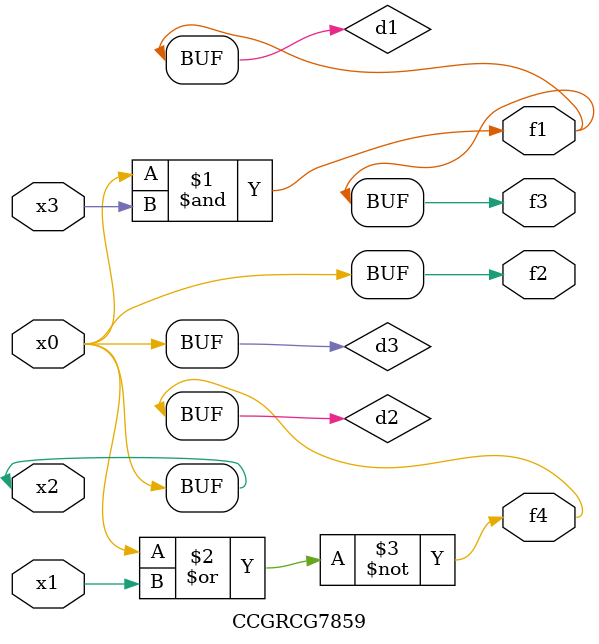
<source format=v>
module CCGRCG7859(
	input x0, x1, x2, x3,
	output f1, f2, f3, f4
);

	wire d1, d2, d3;

	and (d1, x2, x3);
	nor (d2, x0, x1);
	buf (d3, x0, x2);
	assign f1 = d1;
	assign f2 = d3;
	assign f3 = d1;
	assign f4 = d2;
endmodule

</source>
